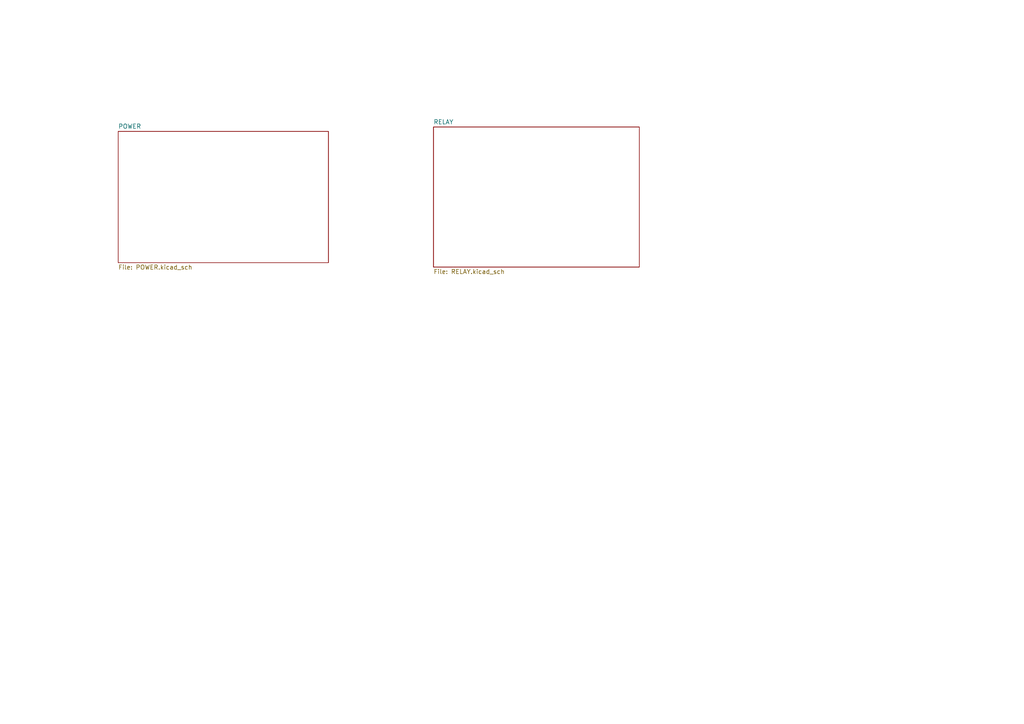
<source format=kicad_sch>
(kicad_sch (version 20230121) (generator eeschema)

  (uuid cb52ac7c-96c4-4f83-ac0f-eb80c46457be)

  (paper "A4")

  (lib_symbols
  )


  (sheet (at 125.73 36.83) (size 59.69 40.64) (fields_autoplaced)
    (stroke (width 0.1524) (type solid))
    (fill (color 0 0 0 0.0000))
    (uuid 47f31bc1-9158-43c8-922c-50ba700dd7cb)
    (property "Sheetname" "RELAY" (at 125.73 36.1184 0)
      (effects (font (size 1.27 1.27)) (justify left bottom))
    )
    (property "Sheetfile" "RELAY.kicad_sch" (at 125.73 78.0546 0)
      (effects (font (size 1.27 1.27)) (justify left top))
    )
    (instances
      (project "18_RELAY_EC_1015"
        (path "/cb52ac7c-96c4-4f83-ac0f-eb80c46457be" (page "3"))
      )
    )
  )

  (sheet (at 34.29 38.1) (size 60.96 38.1) (fields_autoplaced)
    (stroke (width 0.1524) (type solid))
    (fill (color 0 0 0 0.0000))
    (uuid c50d3122-73f2-4bc9-807d-97e54db243e6)
    (property "Sheetname" "POWER" (at 34.29 37.3884 0)
      (effects (font (size 1.27 1.27)) (justify left bottom))
    )
    (property "Sheetfile" "POWER.kicad_sch" (at 34.29 76.7846 0)
      (effects (font (size 1.27 1.27)) (justify left top))
    )
    (instances
      (project "18_RELAY_EC_1015"
        (path "/cb52ac7c-96c4-4f83-ac0f-eb80c46457be" (page "2"))
      )
    )
  )

  (sheet_instances
    (path "/" (page "1"))
  )
)

</source>
